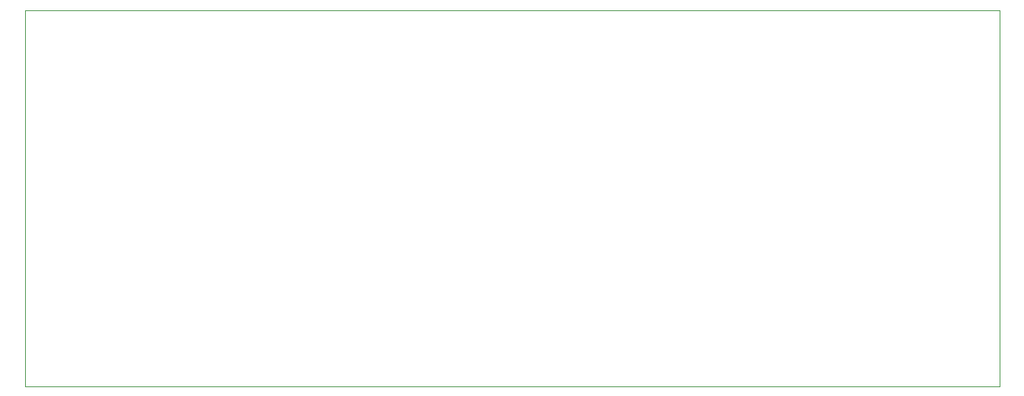
<source format=gbr>
%TF.GenerationSoftware,KiCad,Pcbnew,7.0.6*%
%TF.CreationDate,2023-11-23T12:56:36+01:00*%
%TF.ProjectId,xlrfemale,786c7266-656d-4616-9c65-2e6b69636164,1*%
%TF.SameCoordinates,Original*%
%TF.FileFunction,Profile,NP*%
%FSLAX46Y46*%
G04 Gerber Fmt 4.6, Leading zero omitted, Abs format (unit mm)*
G04 Created by KiCad (PCBNEW 7.0.6) date 2023-11-23 12:56:36*
%MOMM*%
%LPD*%
G01*
G04 APERTURE LIST*
%TA.AperFunction,Profile*%
%ADD10C,0.100000*%
%TD*%
G04 APERTURE END LIST*
D10*
X88900000Y-76200000D02*
X200660000Y-76200000D01*
X200660000Y-119380000D01*
X88900000Y-119380000D01*
X88900000Y-76200000D01*
M02*

</source>
